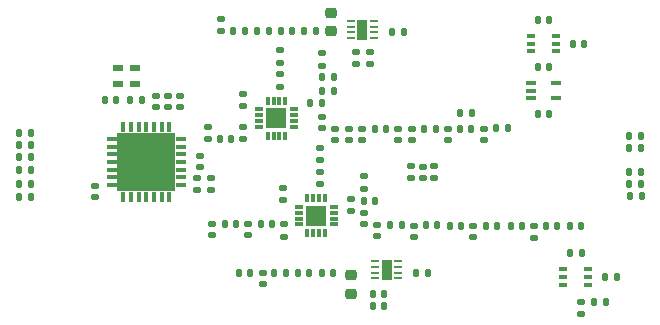
<source format=gbr>
%TF.GenerationSoftware,KiCad,Pcbnew,8.0.3*%
%TF.CreationDate,2024-07-25T00:21:40-07:00*%
%TF.ProjectId,radio_module,72616469-6f5f-46d6-9f64-756c652e6b69,rev?*%
%TF.SameCoordinates,Original*%
%TF.FileFunction,Paste,Top*%
%TF.FilePolarity,Positive*%
%FSLAX46Y46*%
G04 Gerber Fmt 4.6, Leading zero omitted, Abs format (unit mm)*
G04 Created by KiCad (PCBNEW 8.0.3) date 2024-07-25 00:21:40*
%MOMM*%
%LPD*%
G01*
G04 APERTURE LIST*
G04 Aperture macros list*
%AMRoundRect*
0 Rectangle with rounded corners*
0 $1 Rounding radius*
0 $2 $3 $4 $5 $6 $7 $8 $9 X,Y pos of 4 corners*
0 Add a 4 corners polygon primitive as box body*
4,1,4,$2,$3,$4,$5,$6,$7,$8,$9,$2,$3,0*
0 Add four circle primitives for the rounded corners*
1,1,$1+$1,$2,$3*
1,1,$1+$1,$4,$5*
1,1,$1+$1,$6,$7*
1,1,$1+$1,$8,$9*
0 Add four rect primitives between the rounded corners*
20,1,$1+$1,$2,$3,$4,$5,0*
20,1,$1+$1,$4,$5,$6,$7,0*
20,1,$1+$1,$6,$7,$8,$9,0*
20,1,$1+$1,$8,$9,$2,$3,0*%
G04 Aperture macros list end*
%ADD10C,0.000000*%
%ADD11RoundRect,0.147500X0.172500X-0.147500X0.172500X0.147500X-0.172500X0.147500X-0.172500X-0.147500X0*%
%ADD12RoundRect,0.140000X-0.170000X0.140000X-0.170000X-0.140000X0.170000X-0.140000X0.170000X0.140000X0*%
%ADD13RoundRect,0.147500X-0.172500X0.147500X-0.172500X-0.147500X0.172500X-0.147500X0.172500X0.147500X0*%
%ADD14R,0.787400X0.355600*%
%ADD15RoundRect,0.140000X-0.140000X-0.170000X0.140000X-0.170000X0.140000X0.170000X-0.140000X0.170000X0*%
%ADD16RoundRect,0.135000X-0.185000X0.135000X-0.185000X-0.135000X0.185000X-0.135000X0.185000X0.135000X0*%
%ADD17RoundRect,0.147500X-0.147500X-0.172500X0.147500X-0.172500X0.147500X0.172500X-0.147500X0.172500X0*%
%ADD18RoundRect,0.135000X0.135000X0.185000X-0.135000X0.185000X-0.135000X-0.185000X0.135000X-0.185000X0*%
%ADD19RoundRect,0.135000X-0.135000X-0.185000X0.135000X-0.185000X0.135000X0.185000X-0.135000X0.185000X0*%
%ADD20RoundRect,0.140000X0.140000X0.170000X-0.140000X0.170000X-0.140000X-0.170000X0.140000X-0.170000X0*%
%ADD21RoundRect,0.140000X0.170000X-0.140000X0.170000X0.140000X-0.170000X0.140000X-0.170000X-0.140000X0*%
%ADD22R,0.304800X0.812800*%
%ADD23R,0.812800X0.304800*%
%ADD24R,4.876800X4.876800*%
%ADD25R,0.750000X0.300000*%
%ADD26R,0.300000X0.750000*%
%ADD27R,1.750000X1.750000*%
%ADD28R,0.833300X0.355600*%
%ADD29RoundRect,0.135000X0.185000X-0.135000X0.185000X0.135000X-0.185000X0.135000X-0.185000X-0.135000X0*%
%ADD30RoundRect,0.218750X-0.256250X0.218750X-0.256250X-0.218750X0.256250X-0.218750X0.256250X0.218750X0*%
%ADD31R,0.660400X0.254000*%
%ADD32R,0.838200X1.651000*%
%ADD33RoundRect,0.218750X0.256250X-0.218750X0.256250X0.218750X-0.256250X0.218750X-0.256250X-0.218750X0*%
%ADD34R,0.863600X0.609600*%
G04 APERTURE END LIST*
D10*
%TO.C,U4*%
G36*
X111222358Y-100097158D02*
G01*
X109796758Y-100097158D01*
X109796758Y-98671558D01*
X111222358Y-98671558D01*
X111222358Y-100097158D01*
G37*
G36*
X111222358Y-101722758D02*
G01*
X109796758Y-101722758D01*
X109796758Y-100297158D01*
X111222358Y-100297158D01*
X111222358Y-101722758D01*
G37*
G36*
X111222358Y-103348358D02*
G01*
X109796758Y-103348358D01*
X109796758Y-101922758D01*
X111222358Y-101922758D01*
X111222358Y-103348358D01*
G37*
G36*
X112847958Y-100097158D02*
G01*
X111422358Y-100097158D01*
X111422358Y-98671558D01*
X112847958Y-98671558D01*
X112847958Y-100097158D01*
G37*
G36*
X112847958Y-101722758D02*
G01*
X111422358Y-101722758D01*
X111422358Y-100297158D01*
X112847958Y-100297158D01*
X112847958Y-101722758D01*
G37*
G36*
X112847958Y-103348358D02*
G01*
X111422358Y-103348358D01*
X111422358Y-101922758D01*
X112847958Y-101922758D01*
X112847958Y-103348358D01*
G37*
G36*
X114473558Y-100097158D02*
G01*
X113047958Y-100097158D01*
X113047958Y-98671558D01*
X114473558Y-98671558D01*
X114473558Y-100097158D01*
G37*
G36*
X114473558Y-101722758D02*
G01*
X113047958Y-101722758D01*
X113047958Y-100297158D01*
X114473558Y-100297158D01*
X114473558Y-101722758D01*
G37*
G36*
X114473558Y-103348358D02*
G01*
X113047958Y-103348358D01*
X113047958Y-101922758D01*
X114473558Y-101922758D01*
X114473558Y-103348358D01*
G37*
%TD*%
D11*
%TO.C,L9*%
X134525000Y-102359000D03*
X134525000Y-101389000D03*
%TD*%
D12*
%TO.C,C35*%
X139807000Y-106414000D03*
X139807000Y-107374000D03*
%TD*%
D13*
%TO.C,L8*%
X117348000Y-98067000D03*
X117348000Y-99037000D03*
%TD*%
D11*
%TO.C,L7*%
X127000000Y-98148000D03*
X127000000Y-97178000D03*
%TD*%
D12*
%TO.C,C31*%
X116459000Y-102390000D03*
X116459000Y-103350000D03*
%TD*%
D14*
%TO.C,U5*%
X147396200Y-110094001D03*
X147396200Y-110744000D03*
X147396200Y-111393999D03*
X149529800Y-111393999D03*
X149529800Y-110744000D03*
X149529800Y-110094001D03*
%TD*%
D15*
%TO.C,C37*%
X147975000Y-106426000D03*
X148935000Y-106426000D03*
%TD*%
D12*
%TO.C,C1*%
X131064000Y-91722000D03*
X131064000Y-92682000D03*
%TD*%
D15*
%TO.C,C48*%
X135787000Y-106374000D03*
X136747000Y-106374000D03*
%TD*%
D12*
%TO.C,C39*%
X107772200Y-103025000D03*
X107772200Y-103985000D03*
%TD*%
D16*
%TO.C,R1*%
X123444000Y-91565000D03*
X123444000Y-92585000D03*
%TD*%
D12*
%TO.C,C49*%
X117729000Y-106231000D03*
X117729000Y-107191000D03*
%TD*%
D17*
%TO.C,L4*%
X138679000Y-98194000D03*
X139649000Y-98194000D03*
%TD*%
D16*
%TO.C,R3*%
X123444000Y-93597000D03*
X123444000Y-94617000D03*
%TD*%
D18*
%TO.C,R25*%
X102364000Y-100584000D03*
X101344000Y-100584000D03*
%TD*%
D19*
%TO.C,R23*%
X153053000Y-103886000D03*
X154073000Y-103886000D03*
%TD*%
D17*
%TO.C,L12*%
X145971200Y-106426000D03*
X146941200Y-106426000D03*
%TD*%
D16*
%TO.C,R12*%
X123662800Y-103237000D03*
X123662800Y-104257000D03*
%TD*%
D20*
%TO.C,C5*%
X111732000Y-95758000D03*
X110772000Y-95758000D03*
%TD*%
D21*
%TO.C,C16*%
X137668000Y-99182000D03*
X137668000Y-98222000D03*
%TD*%
D17*
%TO.C,L13*%
X119974500Y-110374999D03*
X120944500Y-110374999D03*
%TD*%
D16*
%TO.C,R2*%
X127000000Y-91819000D03*
X127000000Y-92839000D03*
%TD*%
D12*
%TO.C,C20*%
X128115000Y-98222000D03*
X128115000Y-99182000D03*
%TD*%
D19*
%TO.C,R13*%
X153035000Y-98806000D03*
X154055000Y-98806000D03*
%TD*%
D22*
%TO.C,U4*%
X114085116Y-98063558D03*
X113435130Y-98063558D03*
X112785144Y-98063558D03*
X112135158Y-98063558D03*
X111485172Y-98063558D03*
X110835186Y-98063558D03*
X110185200Y-98063558D03*
D23*
X109188758Y-99060000D03*
X109188758Y-99709986D03*
X109188758Y-100359972D03*
X109188758Y-101009958D03*
X109188758Y-101659944D03*
X109188758Y-102309930D03*
X109188758Y-102959916D03*
D22*
X110185200Y-103956358D03*
X110835186Y-103956358D03*
X111485172Y-103956358D03*
X112135158Y-103956358D03*
X112785144Y-103956358D03*
X113435130Y-103956358D03*
X114085116Y-103956358D03*
D23*
X115081558Y-102959916D03*
X115081558Y-102309930D03*
X115081558Y-101659944D03*
X115081558Y-101009958D03*
X115081558Y-100359972D03*
X115081558Y-99709986D03*
X115081558Y-99060000D03*
D24*
X112135158Y-101009958D03*
%TD*%
D12*
%TO.C,C15*%
X134620000Y-98222000D03*
X134620000Y-99182000D03*
%TD*%
D15*
%TO.C,C19*%
X131473000Y-98194000D03*
X132433000Y-98194000D03*
%TD*%
%TO.C,C10*%
X127028000Y-93853000D03*
X127988000Y-93853000D03*
%TD*%
D19*
%TO.C,R5*%
X125982000Y-96012000D03*
X127002000Y-96012000D03*
%TD*%
D12*
%TO.C,C42*%
X121983500Y-110402999D03*
X121983500Y-111362999D03*
%TD*%
D17*
%TO.C,L2*%
X119491900Y-89916001D03*
X120461900Y-89916001D03*
%TD*%
D15*
%TO.C,C55*%
X126997000Y-110371000D03*
X127957000Y-110371000D03*
%TD*%
D25*
%TO.C,IC2*%
X125016000Y-104799000D03*
X125016000Y-105299000D03*
X125016000Y-105799000D03*
X125016000Y-106299000D03*
D26*
X125766000Y-107049000D03*
X126266000Y-107049000D03*
X126766000Y-107049000D03*
X127266000Y-107049000D03*
D25*
X128016000Y-106299000D03*
X128016000Y-105799000D03*
X128016000Y-105299000D03*
X128016000Y-104799000D03*
D26*
X127266000Y-104049000D03*
X126766000Y-104049000D03*
X126266000Y-104049000D03*
X125766000Y-104049000D03*
D27*
X126516000Y-105549000D03*
%TD*%
D15*
%TO.C,C8*%
X123512500Y-89916001D03*
X124472500Y-89916001D03*
%TD*%
D13*
%TO.C,L3*%
X118452900Y-88931000D03*
X118452900Y-89901000D03*
%TD*%
D16*
%TO.C,R10*%
X126837800Y-101840000D03*
X126837800Y-102860000D03*
%TD*%
D20*
%TO.C,C3*%
X133921700Y-90043000D03*
X132961700Y-90043000D03*
%TD*%
%TO.C,C9*%
X146253051Y-88981001D03*
X145293051Y-88981001D03*
%TD*%
D15*
%TO.C,C14*%
X135664000Y-98194000D03*
X136624000Y-98194000D03*
%TD*%
D11*
%TO.C,L6*%
X133477000Y-99187000D03*
X133477000Y-98217000D03*
%TD*%
D28*
%TO.C,U3*%
X144734102Y-94331002D03*
X144734102Y-94981001D03*
X144734102Y-95631000D03*
X146812000Y-95631000D03*
X146812000Y-94331002D03*
%TD*%
D15*
%TO.C,C18*%
X118341200Y-99060000D03*
X119301200Y-99060000D03*
%TD*%
%TO.C,C11*%
X148267051Y-90981001D03*
X149227051Y-90981001D03*
%TD*%
D29*
%TO.C,R8*%
X148963000Y-113883000D03*
X148963000Y-112863000D03*
%TD*%
D17*
%TO.C,L11*%
X142971200Y-106426000D03*
X143941200Y-106426000D03*
%TD*%
D29*
%TO.C,R6*%
X120345200Y-99062000D03*
X120345200Y-98042000D03*
%TD*%
D12*
%TO.C,C21*%
X129258000Y-98222000D03*
X129258000Y-99182000D03*
%TD*%
D17*
%TO.C,L16*%
X132782000Y-106374000D03*
X133752000Y-106374000D03*
%TD*%
D15*
%TO.C,C47*%
X121821000Y-106299000D03*
X122781000Y-106299000D03*
%TD*%
D11*
%TO.C,L17*%
X120777000Y-107188000D03*
X120777000Y-106218000D03*
%TD*%
D21*
%TO.C,C27*%
X116713000Y-101445000D03*
X116713000Y-100485000D03*
%TD*%
D18*
%TO.C,R17*%
X102364000Y-104013000D03*
X101344000Y-104013000D03*
%TD*%
D12*
%TO.C,C2*%
X129921000Y-91722000D03*
X129921000Y-92682000D03*
%TD*%
%TO.C,C28*%
X135525000Y-101394000D03*
X135525000Y-102354000D03*
%TD*%
D30*
%TO.C,L1*%
X127762000Y-88370500D03*
X127762000Y-89945500D03*
%TD*%
D16*
%TO.C,R20*%
X123825000Y-106297000D03*
X123825000Y-107317000D03*
%TD*%
D15*
%TO.C,C7*%
X121528900Y-89924000D03*
X122488900Y-89924000D03*
%TD*%
D19*
%TO.C,R16*%
X153035000Y-99822000D03*
X154055000Y-99822000D03*
%TD*%
D12*
%TO.C,C22*%
X130401000Y-98222000D03*
X130401000Y-99182000D03*
%TD*%
D11*
%TO.C,L14*%
X130597000Y-106264000D03*
X130597000Y-105294000D03*
%TD*%
D12*
%TO.C,C26*%
X114995200Y-95405000D03*
X114995200Y-96365000D03*
%TD*%
D21*
%TO.C,C23*%
X113995200Y-96365000D03*
X113995200Y-95405000D03*
%TD*%
D15*
%TO.C,C52*%
X131282500Y-113168999D03*
X132242500Y-113168999D03*
%TD*%
D31*
%TO.C,U6*%
X133477000Y-110871000D03*
X133477000Y-110370999D03*
X133477000Y-109870999D03*
X133477000Y-109370998D03*
X131470400Y-109370998D03*
X131470400Y-109870999D03*
X131470400Y-110370999D03*
X131470400Y-110871000D03*
D32*
X132473700Y-110120999D03*
%TD*%
D15*
%TO.C,C43*%
X130548800Y-104295000D03*
X131508800Y-104295000D03*
%TD*%
D33*
%TO.C,L18*%
X129477000Y-112158500D03*
X129477000Y-110583500D03*
%TD*%
D20*
%TO.C,C24*%
X146253051Y-96981001D03*
X145293051Y-96981001D03*
%TD*%
D12*
%TO.C,C50*%
X131703000Y-106315000D03*
X131703000Y-107275000D03*
%TD*%
D15*
%TO.C,C12*%
X138712000Y-96901000D03*
X139672000Y-96901000D03*
%TD*%
D17*
%TO.C,L10*%
X137822000Y-106414000D03*
X138792000Y-106414000D03*
%TD*%
D21*
%TO.C,C36*%
X144956200Y-107406000D03*
X144956200Y-106446000D03*
%TD*%
D16*
%TO.C,R7*%
X126873000Y-99820000D03*
X126873000Y-100840000D03*
%TD*%
D18*
%TO.C,R14*%
X102364000Y-98552000D03*
X101344000Y-98552000D03*
%TD*%
%TO.C,R22*%
X102364000Y-101727000D03*
X101344000Y-101727000D03*
%TD*%
D15*
%TO.C,C40*%
X122977000Y-110371000D03*
X123937000Y-110371000D03*
%TD*%
D21*
%TO.C,C17*%
X140688000Y-99182000D03*
X140688000Y-98222000D03*
%TD*%
D16*
%TO.C,R9*%
X130556000Y-102233000D03*
X130556000Y-103253000D03*
%TD*%
D15*
%TO.C,C6*%
X108613000Y-95758000D03*
X109573000Y-95758000D03*
%TD*%
D34*
%TO.C,XTAL1*%
X111213900Y-94401000D03*
X111213900Y-93051000D03*
X109766100Y-93051000D03*
X109766100Y-94401000D03*
%TD*%
D20*
%TO.C,C38*%
X151943000Y-110744000D03*
X150983000Y-110744000D03*
%TD*%
D17*
%TO.C,L5*%
X141755000Y-98171000D03*
X142725000Y-98171000D03*
%TD*%
D31*
%TO.C,U1*%
X131432300Y-90543001D03*
X131432300Y-90043000D03*
X131432300Y-89543000D03*
X131432300Y-89042999D03*
X129425700Y-89042999D03*
X129425700Y-89543000D03*
X129425700Y-90043000D03*
X129425700Y-90543001D03*
D32*
X130429000Y-89793000D03*
%TD*%
D15*
%TO.C,C33*%
X140882200Y-106406000D03*
X141842200Y-106406000D03*
%TD*%
D12*
%TO.C,C29*%
X136525000Y-101374000D03*
X136525000Y-102334000D03*
%TD*%
D21*
%TO.C,C32*%
X117602000Y-103350000D03*
X117602000Y-102390000D03*
%TD*%
D16*
%TO.C,R4*%
X120345200Y-95248000D03*
X120345200Y-96268000D03*
%TD*%
%TO.C,R15*%
X129454000Y-104126000D03*
X129454000Y-105146000D03*
%TD*%
D25*
%TO.C,IC1*%
X121651200Y-96556000D03*
X121651200Y-97056000D03*
X121651200Y-97556000D03*
X121651200Y-98056000D03*
D26*
X122401200Y-98806000D03*
X122901200Y-98806000D03*
X123401200Y-98806000D03*
X123901200Y-98806000D03*
D25*
X124651200Y-98056000D03*
X124651200Y-97556000D03*
X124651200Y-97056000D03*
X124651200Y-96556000D03*
D26*
X123901200Y-95806000D03*
X123401200Y-95806000D03*
X122901200Y-95806000D03*
X122401200Y-95806000D03*
D27*
X123151200Y-97306000D03*
%TD*%
D15*
%TO.C,C4*%
X125512500Y-89916001D03*
X126472500Y-89916001D03*
%TD*%
D20*
%TO.C,C54*%
X135957000Y-110374999D03*
X134997000Y-110374999D03*
%TD*%
%TO.C,C25*%
X146253051Y-92981001D03*
X145293051Y-92981001D03*
%TD*%
D15*
%TO.C,C13*%
X127028000Y-94996000D03*
X127988000Y-94996000D03*
%TD*%
D12*
%TO.C,C30*%
X112979200Y-95405000D03*
X112979200Y-96365000D03*
%TD*%
D19*
%TO.C,R18*%
X153033000Y-101854000D03*
X154053000Y-101854000D03*
%TD*%
D15*
%TO.C,C53*%
X131282500Y-112168999D03*
X132242500Y-112168999D03*
%TD*%
D19*
%TO.C,R11*%
X150035800Y-112903000D03*
X151055800Y-112903000D03*
%TD*%
D17*
%TO.C,L15*%
X118768000Y-106243000D03*
X119738000Y-106243000D03*
%TD*%
D20*
%TO.C,C34*%
X148993800Y-108712000D03*
X148033800Y-108712000D03*
%TD*%
D14*
%TO.C,U2*%
X144706251Y-90331002D03*
X144706251Y-90981001D03*
X144706251Y-91631000D03*
X146839851Y-91631000D03*
X146839851Y-90981001D03*
X146839851Y-90331002D03*
%TD*%
D12*
%TO.C,C51*%
X134767000Y-106394000D03*
X134767000Y-107354000D03*
%TD*%
D18*
%TO.C,R19*%
X102364000Y-102870000D03*
X101344000Y-102870000D03*
%TD*%
%TO.C,R24*%
X102364000Y-99568000D03*
X101344000Y-99568000D03*
%TD*%
D19*
%TO.C,R21*%
X153033000Y-102870000D03*
X154053000Y-102870000D03*
%TD*%
D15*
%TO.C,C41*%
X124977000Y-110371000D03*
X125937000Y-110371000D03*
%TD*%
M02*

</source>
